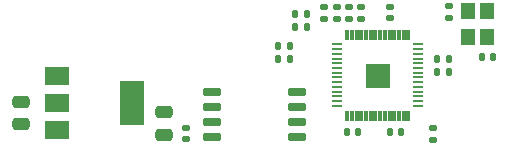
<source format=gbr>
%TF.GenerationSoftware,KiCad,Pcbnew,(6.0.7)*%
%TF.CreationDate,2022-08-26T01:09:57-07:00*%
%TF.ProjectId,RP2040_Injector,52503230-3430-45f4-996e-6a6563746f72,rev?*%
%TF.SameCoordinates,Original*%
%TF.FileFunction,Paste,Top*%
%TF.FilePolarity,Positive*%
%FSLAX46Y46*%
G04 Gerber Fmt 4.6, Leading zero omitted, Abs format (unit mm)*
G04 Created by KiCad (PCBNEW (6.0.7)) date 2022-08-26 01:09:57*
%MOMM*%
%LPD*%
G01*
G04 APERTURE LIST*
G04 Aperture macros list*
%AMRoundRect*
0 Rectangle with rounded corners*
0 $1 Rounding radius*
0 $2 $3 $4 $5 $6 $7 $8 $9 X,Y pos of 4 corners*
0 Add a 4 corners polygon primitive as box body*
4,1,4,$2,$3,$4,$5,$6,$7,$8,$9,$2,$3,0*
0 Add four circle primitives for the rounded corners*
1,1,$1+$1,$2,$3*
1,1,$1+$1,$4,$5*
1,1,$1+$1,$6,$7*
1,1,$1+$1,$8,$9*
0 Add four rect primitives between the rounded corners*
20,1,$1+$1,$2,$3,$4,$5,0*
20,1,$1+$1,$4,$5,$6,$7,0*
20,1,$1+$1,$6,$7,$8,$9,0*
20,1,$1+$1,$8,$9,$2,$3,0*%
G04 Aperture macros list end*
%ADD10C,0.010000*%
%ADD11RoundRect,0.135000X-0.135000X-0.185000X0.135000X-0.185000X0.135000X0.185000X-0.135000X0.185000X0*%
%ADD12RoundRect,0.140000X-0.140000X-0.170000X0.140000X-0.170000X0.140000X0.170000X-0.140000X0.170000X0*%
%ADD13R,2.000000X1.500000*%
%ADD14R,2.000000X3.800000*%
%ADD15RoundRect,0.140000X0.170000X-0.140000X0.170000X0.140000X-0.170000X0.140000X-0.170000X-0.140000X0*%
%ADD16RoundRect,0.140000X0.140000X0.170000X-0.140000X0.170000X-0.140000X-0.170000X0.140000X-0.170000X0*%
%ADD17RoundRect,0.150000X0.650000X0.150000X-0.650000X0.150000X-0.650000X-0.150000X0.650000X-0.150000X0*%
%ADD18RoundRect,0.250000X0.475000X-0.250000X0.475000X0.250000X-0.475000X0.250000X-0.475000X-0.250000X0*%
%ADD19RoundRect,0.135000X-0.185000X0.135000X-0.185000X-0.135000X0.185000X-0.135000X0.185000X0.135000X0*%
%ADD20RoundRect,0.006000X0.094000X-0.414000X0.094000X0.414000X-0.094000X0.414000X-0.094000X-0.414000X0*%
%ADD21RoundRect,0.020000X0.400000X-0.080000X0.400000X0.080000X-0.400000X0.080000X-0.400000X-0.080000X0*%
%ADD22R,1.200000X1.400000*%
G04 APERTURE END LIST*
%TO.C,U3*%
G36*
X163515000Y-102130000D02*
G01*
X161555000Y-102130000D01*
X161555000Y-100170000D01*
X163515000Y-100170000D01*
X163515000Y-102130000D01*
G37*
D10*
X163515000Y-102130000D02*
X161555000Y-102130000D01*
X161555000Y-100170000D01*
X163515000Y-100170000D01*
X163515000Y-102130000D01*
%TD*%
D11*
%TO.C,R2*%
X155490000Y-96000000D03*
X156510000Y-96000000D03*
%TD*%
D12*
%TO.C,C15*%
X171350000Y-99650000D03*
X172310000Y-99650000D03*
%TD*%
D13*
%TO.C,U1*%
X135400000Y-101200000D03*
X135400000Y-103500000D03*
D14*
X141700000Y-103500000D03*
D13*
X135400000Y-105800000D03*
%TD*%
D15*
%TO.C,C13*%
X157990000Y-96360000D03*
X157990000Y-95400000D03*
%TD*%
%TO.C,C14*%
X146300000Y-106580000D03*
X146300000Y-105620000D03*
%TD*%
D12*
%TO.C,C4*%
X163545000Y-105950000D03*
X164505000Y-105950000D03*
%TD*%
D16*
%TO.C,C9*%
X155080000Y-98700000D03*
X154120000Y-98700000D03*
%TD*%
D17*
%TO.C,U2*%
X155700000Y-106405000D03*
X155700000Y-105135000D03*
X155700000Y-103865000D03*
X155700000Y-102595000D03*
X148500000Y-102595000D03*
X148500000Y-103865000D03*
X148500000Y-105135000D03*
X148500000Y-106405000D03*
%TD*%
D16*
%TO.C,C12*%
X155080000Y-99800000D03*
X154120000Y-99800000D03*
%TD*%
D12*
%TO.C,C11*%
X167570000Y-99750000D03*
X168530000Y-99750000D03*
%TD*%
D15*
%TO.C,C10*%
X160090000Y-96360000D03*
X160090000Y-95400000D03*
%TD*%
D12*
%TO.C,C3*%
X159920000Y-105950000D03*
X160880000Y-105950000D03*
%TD*%
D15*
%TO.C,C7*%
X161140000Y-96360000D03*
X161140000Y-95400000D03*
%TD*%
D18*
%TO.C,C2*%
X144400000Y-106200000D03*
X144400000Y-104300000D03*
%TD*%
D12*
%TO.C,C5*%
X167570000Y-100850000D03*
X168530000Y-100850000D03*
%TD*%
D15*
%TO.C,C16*%
X168550000Y-96300000D03*
X168550000Y-95340000D03*
%TD*%
D11*
%TO.C,R3*%
X155490000Y-97100000D03*
X156510000Y-97100000D03*
%TD*%
D15*
%TO.C,C8*%
X159040000Y-96360000D03*
X159040000Y-95400000D03*
%TD*%
D19*
%TO.C,R1*%
X167170000Y-105650000D03*
X167170000Y-106670000D03*
%TD*%
D18*
%TO.C,C1*%
X132300000Y-105300000D03*
X132300000Y-103400000D03*
%TD*%
D20*
%TO.C,U3*%
X159935000Y-104585000D03*
X160335000Y-104585000D03*
X160735000Y-104585000D03*
X161135000Y-104585000D03*
X161535000Y-104585000D03*
X161935000Y-104585000D03*
X162335000Y-104585000D03*
X162735000Y-104585000D03*
X163135000Y-104585000D03*
X163535000Y-104585000D03*
X163935000Y-104585000D03*
X164335000Y-104585000D03*
X164735000Y-104585000D03*
X165135000Y-104585000D03*
D21*
X165970000Y-103750000D03*
X165970000Y-103350000D03*
X165970000Y-102950000D03*
X165970000Y-102550000D03*
X165970000Y-102150000D03*
X165970000Y-101750000D03*
X165970000Y-101350000D03*
X165970000Y-100950000D03*
X165970000Y-100550000D03*
X165970000Y-100150000D03*
X165970000Y-99750000D03*
X165970000Y-99350000D03*
X165970000Y-98950000D03*
X165970000Y-98550000D03*
D20*
X165135000Y-97715000D03*
X164735000Y-97715000D03*
X164335000Y-97715000D03*
X163935000Y-97715000D03*
X163535000Y-97715000D03*
X163135000Y-97715000D03*
X162735000Y-97715000D03*
X162335000Y-97715000D03*
X161935000Y-97715000D03*
X161535000Y-97715000D03*
X161135000Y-97715000D03*
X160735000Y-97715000D03*
X160335000Y-97715000D03*
X159935000Y-97715000D03*
D21*
X159100000Y-98550000D03*
X159100000Y-98950000D03*
X159100000Y-99350000D03*
X159100000Y-99750000D03*
X159100000Y-100150000D03*
X159100000Y-100550000D03*
X159100000Y-100950000D03*
X159100000Y-101350000D03*
X159100000Y-101750000D03*
X159100000Y-102150000D03*
X159100000Y-102550000D03*
X159100000Y-102950000D03*
X159100000Y-103350000D03*
X159100000Y-103750000D03*
%TD*%
D22*
%TO.C,HSE1*%
X171750000Y-97950000D03*
X171750000Y-95750000D03*
X170150000Y-95750000D03*
X170150000Y-97950000D03*
%TD*%
D15*
%TO.C,C6*%
X163550000Y-96355000D03*
X163550000Y-95395000D03*
%TD*%
M02*

</source>
